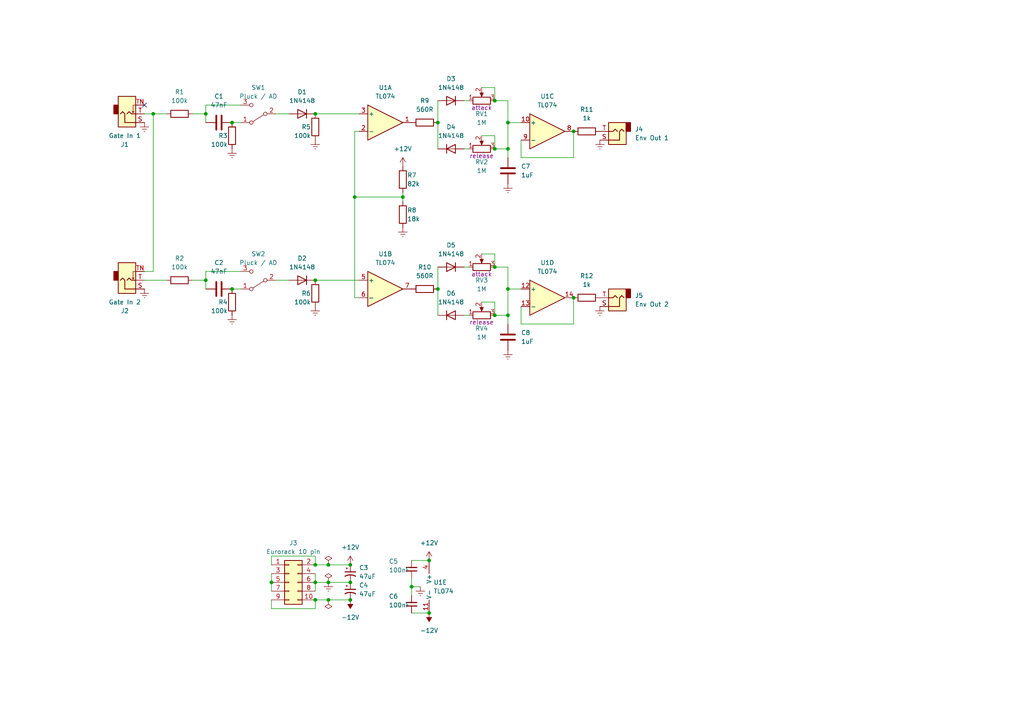
<source format=kicad_sch>
(kicad_sch (version 20231120) (generator "eeschema") (generator_version "8.0")
  (paper "A4")
  (lib_symbols
    (symbol "Amplifier_Operational:TL074" (pin_names (offset 0.127))
      (property "Reference" "U" (at 0 5.08 0))
      (property "Value" "TL074" (at 0 -5.08 0))
      (symbol "TL074_1_1"
        (polyline (pts (xy -5.08 5.08) (xy 5.08 0) (xy -5.08 -5.08) (xy -5.08 5.08)) (stroke (width 0.254)) (fill (type background)))
        (pin output line (at 7.62 0 180) (length 2.54) (name "~") (number "1"))
        (pin input line (at -7.62 -2.54 0) (length 2.54) (name "-") (number "2"))
        (pin input line (at -7.62 2.54 0) (length 2.54) (name "+") (number "3"))
      )
      (symbol "TL074_2_1"
        (polyline (pts (xy -5.08 5.08) (xy 5.08 0) (xy -5.08 -5.08) (xy -5.08 5.08)) (stroke (width 0.254)) (fill (type background)))
        (pin input line (at -7.62 2.54 0) (length 2.54) (name "+") (number "5"))
        (pin input line (at -7.62 -2.54 0) (length 2.54) (name "-") (number "6"))
        (pin output line (at 7.62 0 180) (length 2.54) (name "~") (number "7"))
      )
      (symbol "TL074_3_1"
        (polyline (pts (xy -5.08 5.08) (xy 5.08 0) (xy -5.08 -5.08) (xy -5.08 5.08)) (stroke (width 0.254)) (fill (type background)))
        (pin input line (at -7.62 2.54 0) (length 2.54) (name "+") (number "10"))
        (pin output line (at 7.62 0 180) (length 2.54) (name "~") (number "8"))
        (pin input line (at -7.62 -2.54 0) (length 2.54) (name "-") (number "9"))
      )
      (symbol "TL074_4_1"
        (polyline (pts (xy -5.08 5.08) (xy 5.08 0) (xy -5.08 -5.08) (xy -5.08 5.08)) (stroke (width 0.254)) (fill (type background)))
        (pin input line (at -7.62 2.54 0) (length 2.54) (name "+") (number "12"))
        (pin input line (at -7.62 -2.54 0) (length 2.54) (name "-") (number "13"))
        (pin output line (at 7.62 0 180) (length 2.54) (name "~") (number "14"))
      )
      (symbol "TL074_5_1"
        (pin power_in line (at -2.54 -7.62 90) (length 3.81) (name "V-") (number "11"))
        (pin power_in line (at -2.54 7.62 270) (length 3.81) (name "V+") (number "4"))
      )
    )
    (symbol "Connector:AudioJack2"
      (property "Reference" "J" (at 0 8.89 0))
      (property "Value" "AudioJack2" (at 0 6.35 0))
      (symbol "AudioJack2_0_1"
        (rectangle (start -3.81 0) (end -2.54 -2.54) (stroke (width 0.254)) (fill (type outline)))
        (rectangle (start -2.54 3.81) (end 2.54 -2.54) (stroke (width 0.254)) (fill (type background)))
        (polyline (pts (xy 0 0) (xy 0.635 -0.635) (xy 1.27 0) (xy 2.54 0)) (stroke (width 0.254)))
        (polyline (pts (xy 2.54 2.54) (xy -0.635 2.54) (xy -0.635 0) (xy -1.27 -0.635) (xy -1.905 0)) (stroke (width 0.254)))
      )
      (symbol "AudioJack2_1_1"
        (pin passive line (at 5.08 2.54 180) (length 2.54) (name "~") (number "S"))
        (pin passive line (at 5.08 0 180) (length 2.54) (name "~") (number "T"))
      )
    )
    (symbol "Connector_Audio:AudioJack2_SwitchT"
      (property "Reference" "J" (at 0 8.89 0))
      (property "Value" "AudioJack2_SwitchT" (at 0 6.35 0))
      (symbol "AudioJack2_SwitchT_0_1"
        (rectangle (start -2.54 0) (end -3.81 -2.54) (stroke (width 0.254)) (fill (type outline)))
        (polyline (pts (xy 1.778 -0.254) (xy 2.032 -0.762)))
        (polyline (pts (xy 0 0) (xy 0.635 -0.635) (xy 1.27 0) (xy 2.54 0)) (stroke (width 0.254)))
        (polyline (pts (xy 2.54 -2.54) (xy 1.778 -2.54) (xy 1.778 -0.254) (xy 1.524 -0.762)))
        (polyline (pts (xy 2.54 2.54) (xy -0.635 2.54) (xy -0.635 0) (xy -1.27 -0.635) (xy -1.905 0)) (stroke (width 0.254)))
        (rectangle (start 2.54 3.81) (end -2.54 -5.08) (stroke (width 0.254)) (fill (type background)))
      )
      (symbol "AudioJack2_SwitchT_1_1"
        (pin passive line (at 5.08 2.54 180) (length 2.54) (name "~") (number "S"))
        (pin passive line (at 5.08 0 180) (length 2.54) (name "~") (number "T"))
        (pin passive line (at 5.08 -2.54 180) (length 2.54) (name "~") (number "TN"))
      )
    )
    (symbol "Connector_Generic:Conn_02x05_Odd_Even" (pin_names (offset 1.016) hide)
      (property "Reference" "J" (at 1.27 7.62 0))
      (property "Value" "Conn_02x05_Odd_Even" (at 1.27 -7.62 0))
      (symbol "Conn_02x05_Odd_Even_1_1"
        (rectangle (start -1.27 -4.953) (end 0 -5.207) (stroke (width 0.1524)))
        (rectangle (start -1.27 -2.413) (end 0 -2.667) (stroke (width 0.1524)))
        (rectangle (start -1.27 0.127) (end 0 -0.127) (stroke (width 0.1524)))
        (rectangle (start -1.27 2.667) (end 0 2.413) (stroke (width 0.1524)))
        (rectangle (start -1.27 5.207) (end 0 4.953) (stroke (width 0.1524)))
        (rectangle (start -1.27 6.35) (end 3.81 -6.35) (stroke (width 0.254)) (fill (type background)))
        (rectangle (start 3.81 -4.953) (end 2.54 -5.207) (stroke (width 0.1524)))
        (rectangle (start 3.81 -2.413) (end 2.54 -2.667) (stroke (width 0.1524)))
        (rectangle (start 3.81 0.127) (end 2.54 -0.127) (stroke (width 0.1524)))
        (rectangle (start 3.81 2.667) (end 2.54 2.413) (stroke (width 0.1524)))
        (rectangle (start 3.81 5.207) (end 2.54 4.953) (stroke (width 0.1524)))
        (pin passive line (at -5.08 5.08 0) (length 3.81) (name "Pin_1") (number "1"))
        (pin passive line (at 7.62 -5.08 180) (length 3.81) (name "Pin_10") (number "10"))
        (pin passive line (at 7.62 5.08 180) (length 3.81) (name "Pin_2") (number "2"))
        (pin passive line (at -5.08 2.54 0) (length 3.81) (name "Pin_3") (number "3"))
        (pin passive line (at 7.62 2.54 180) (length 3.81) (name "Pin_4") (number "4"))
        (pin passive line (at -5.08 0 0) (length 3.81) (name "Pin_5") (number "5"))
        (pin passive line (at 7.62 0 180) (length 3.81) (name "Pin_6") (number "6"))
        (pin passive line (at -5.08 -2.54 0) (length 3.81) (name "Pin_7") (number "7"))
        (pin passive line (at 7.62 -2.54 180) (length 3.81) (name "Pin_8") (number "8"))
        (pin passive line (at -5.08 -5.08 0) (length 3.81) (name "Pin_9") (number "9"))
      )
    )
    (symbol "Device:C" (pin_numbers hide) (pin_names (offset 0.254))
      (property "Reference" "C" (at 0.635 2.54 0))
      (property "Value" "C" (at 0.635 -2.54 0))
      (symbol "C_0_1"
        (polyline (pts (xy -2.032 -0.762) (xy 2.032 -0.762)) (stroke (width 0.508)))
        (polyline (pts (xy -2.032 0.762) (xy 2.032 0.762)) (stroke (width 0.508)))
      )
      (symbol "C_1_1"
        (pin passive line (at 0 3.81 270) (length 2.794) (name "~") (number "1"))
        (pin passive line (at 0 -3.81 90) (length 2.794) (name "~") (number "2"))
      )
    )
    (symbol "Device:C_Polarized_Small_US" (pin_numbers hide) (pin_names (offset 0.254) hide)
      (property "Reference" "C" (at 0.254 1.778 0))
      (property "Value" "C_Polarized_Small_US" (at 0.254 -2.032 0))
      (symbol "C_Polarized_Small_US_0_1"
        (polyline (pts (xy -1.524 0.508) (xy 1.524 0.508)) (stroke (width 0.3048)))
        (polyline (pts (xy -1.27 1.524) (xy -0.762 1.524)))
        (polyline (pts (xy -1.016 1.27) (xy -1.016 1.778)))
        (arc (start 1.524 -0.762) (mid 0 -0.3734) (end -1.524 -0.762) (stroke (width 0.3048)))
      )
      (symbol "C_Polarized_Small_US_1_1"
        (pin passive line (at 0 2.54 270) (length 2.032) (name "~") (number "1"))
        (pin passive line (at 0 -2.54 90) (length 2.032) (name "~") (number "2"))
      )
    )
    (symbol "Device:C_Small" (pin_numbers hide) (pin_names (offset 0.254) hide)
      (property "Reference" "C" (at 0.254 1.778 0))
      (property "Value" "C_Small" (at 0.254 -2.032 0))
      (symbol "C_Small_0_1"
        (polyline (pts (xy -1.524 -0.508) (xy 1.524 -0.508)) (stroke (width 0.3302)))
        (polyline (pts (xy -1.524 0.508) (xy 1.524 0.508)) (stroke (width 0.3048)))
      )
      (symbol "C_Small_1_1"
        (pin passive line (at 0 2.54 270) (length 2.032) (name "~") (number "1"))
        (pin passive line (at 0 -2.54 90) (length 2.032) (name "~") (number "2"))
      )
    )
    (symbol "Device:D" (pin_numbers hide) (pin_names (offset 1.016) hide)
      (property "Reference" "D" (at 0 2.54 0))
      (property "Value" "D" (at 0 -2.54 0))
      (symbol "D_0_1"
        (polyline (pts (xy -1.27 1.27) (xy -1.27 -1.27)) (stroke (width 0.254)))
        (polyline (pts (xy 1.27 0) (xy -1.27 0)))
        (polyline (pts (xy 1.27 1.27) (xy 1.27 -1.27) (xy -1.27 0) (xy 1.27 1.27)) (stroke (width 0.254)))
      )
      (symbol "D_1_1"
        (pin passive line (at -3.81 0 0) (length 2.54) (name "K") (number "1"))
        (pin passive line (at 3.81 0 180) (length 2.54) (name "A") (number "2"))
      )
    )
    (symbol "Device:R" (pin_numbers hide) (pin_names (offset 0))
      (property "Reference" "R" (at 2.032 0 90))
      (property "Value" "R" (at 0 0 90))
      (symbol "R_0_1"
        (rectangle (start -1.016 -2.54) (end 1.016 2.54) (stroke (width 0.254)))
      )
      (symbol "R_1_1"
        (pin passive line (at 0 3.81 270) (length 1.27) (name "~") (number "1"))
        (pin passive line (at 0 -3.81 90) (length 1.27) (name "~") (number "2"))
      )
    )
    (symbol "Device:R_Potentiometer" (pin_names (offset 1.016) hide)
      (property "Reference" "RV" (at -4.445 0 90))
      (property "Value" "R_Potentiometer" (at -2.54 0 90))
      (symbol "R_Potentiometer_0_1"
        (polyline (pts (xy 2.54 0) (xy 1.524 0)))
        (polyline (pts (xy 1.143 0) (xy 2.286 0.508) (xy 2.286 -0.508) (xy 1.143 0)) (fill (type outline)))
        (rectangle (start 1.016 2.54) (end -1.016 -2.54) (stroke (width 0.254)))
      )
      (symbol "R_Potentiometer_1_1"
        (pin passive line (at 0 3.81 270) (length 1.27) (name "1") (number "1"))
        (pin passive line (at 3.81 0 180) (length 1.27) (name "2") (number "2"))
        (pin passive line (at 0 -3.81 90) (length 1.27) (name "3") (number "3"))
      )
    )
    (symbol "Switch:SW_SPDT" (pin_names (offset 0) hide)
      (property "Reference" "SW" (at 0 4.318 0))
      (property "Value" "SW_SPDT" (at 0 -5.08 0))
      (symbol "SW_SPDT_0_0"
        (circle (center -2.032 0) (radius 0.508))
        (circle (center 2.032 -2.54) (radius 0.508))
      )
      (symbol "SW_SPDT_0_1"
        (polyline (pts (xy -1.524 0.254) (xy 1.651 2.286)))
        (circle (center 2.032 2.54) (radius 0.508))
      )
      (symbol "SW_SPDT_1_1"
        (pin passive line (at 5.08 2.54 180) (length 2.54) (name "A") (number "1"))
        (pin passive line (at -5.08 0 0) (length 2.54) (name "B") (number "2"))
        (pin passive line (at 5.08 -2.54 180) (length 2.54) (name "C") (number "3"))
      )
    )
    (symbol "power:+12V" (power) (pin_names (offset 0))
      (property "Value" "+12V" (at 0 3.556 0))
      (symbol "+12V_0_1"
        (polyline (pts (xy -0.762 1.27) (xy 0 2.54)))
        (polyline (pts (xy 0 0) (xy 0 2.54)))
        (polyline (pts (xy 0 2.54) (xy 0.762 1.27)))
      )
      (symbol "+12V_1_1"
        (pin power_in line (at 0 0 90) (length 0) hide (name "+12V") (number "1"))
      )
    )
    (symbol "power:-12V" (power) (pin_names (offset 0))
      (property "Value" "-12V" (at 0 3.81 0))
      (symbol "-12V_0_0"
        (pin power_in line (at 0 0 90) (length 0) hide (name "-12V") (number "1"))
      )
      (symbol "-12V_0_1"
        (polyline (pts (xy 0 0) (xy 0 1.27) (xy 0.762 1.27) (xy 0 2.54) (xy -0.762 1.27) (xy 0 1.27)) (fill (type outline)))
      )
    )
    (symbol "power:GNDREF" (power) (pin_names (offset 0))
      (property "Value" "GNDREF" (at 0 -3.81 0))
      (symbol "GNDREF_0_1"
        (polyline (pts (xy -0.635 -1.905) (xy 0.635 -1.905)))
        (polyline (pts (xy -0.127 -2.54) (xy 0.127 -2.54)))
        (polyline (pts (xy 0 -1.27) (xy 0 0)))
        (polyline (pts (xy 1.27 -1.27) (xy -1.27 -1.27)))
      )
      (symbol "GNDREF_1_1"
        (pin power_in line (at 0 0 270) (length 0) hide (name "GNDREF") (number "1"))
      )
    )
    (symbol "power:PWR_FLAG" (power) (pin_numbers hide) (pin_names (offset 0) hide)
      (property "Value" "PWR_FLAG" (at 0 3.81 0))
      (symbol "PWR_FLAG_0_0"
        (pin power_out line (at 0 0 90) (length 0) (name "~") (number "1"))
      )
      (symbol "PWR_FLAG_0_1"
        (polyline (pts (xy 0 0) (xy 0 1.27) (xy -1.016 1.905) (xy 0 2.54) (xy 1.016 1.905) (xy 0 1.27)))
      )
    )
  )
  (junction (at 127 83.82))
  (junction (at 143.51 91.44))
  (junction (at 91.44 81.28))
  (junction (at 127 35.56))
  (junction (at 166.37 86.36))
  (junction (at 101.6 163.83))
  (junction (at 124.46 162.56))
  (junction (at 95.25 168.91))
  (junction (at 95.25 173.99))
  (junction (at 101.6 168.91))
  (junction (at 143.51 29.21))
  (junction (at 143.51 77.47))
  (junction (at 91.44 163.83))
  (junction (at 95.25 163.83))
  (junction (at 59.69 81.28))
  (junction (at 143.51 43.18))
  (junction (at 147.32 35.56))
  (junction (at 147.32 43.18))
  (junction (at 119.38 170.18))
  (junction (at 101.6 173.99))
  (junction (at 147.32 83.82))
  (junction (at 44.45 33.02))
  (junction (at 116.84 57.15))
  (junction (at 67.31 83.82))
  (junction (at 102.87 57.15))
  (junction (at 124.46 177.8))
  (junction (at 91.44 33.02))
  (junction (at 59.69 33.02))
  (junction (at 78.74 168.91))
  (junction (at 166.37 38.1))
  (junction (at 91.44 173.99))
  (junction (at 67.31 35.56))
  (junction (at 91.44 168.91))
  (junction (at 147.32 91.44))
  (no_connect (at 41.91 30.48))
  (wire (pts (xy 139.7 39.37) (xy 143.51 39.37)))
  (wire (pts (xy 127 35.56) (xy 127 43.18)))
  (wire (pts (xy 102.87 86.36) (xy 104.14 86.36)))
  (wire (pts (xy 119.38 170.18) (xy 119.38 172.72)))
  (wire (pts (xy 95.25 173.99) (xy 101.6 173.99)))
  (wire (pts (xy 41.91 33.02) (xy 44.45 33.02)))
  (wire (pts (xy 59.69 33.02) (xy 59.69 35.56)))
  (wire (pts (xy 102.87 57.15) (xy 116.84 57.15)))
  (wire (pts (xy 151.13 88.9) (xy 151.13 93.98)))
  (wire (pts (xy 59.69 30.48) (xy 69.85 30.48)))
  (wire (pts (xy 78.74 166.37) (xy 78.74 168.91)))
  (wire (pts (xy 91.44 33.02) (xy 104.14 33.02)))
  (wire (pts (xy 147.32 91.44) (xy 147.32 83.82)))
  (wire (pts (xy 91.44 168.91) (xy 91.44 171.45)))
  (wire (pts (xy 102.87 57.15) (xy 102.87 86.36)))
  (wire (pts (xy 143.51 25.4) (xy 143.51 29.21)))
  (wire (pts (xy 69.85 35.56) (xy 67.31 35.56)))
  (wire (pts (xy 143.51 87.63) (xy 143.51 91.44)))
  (wire (pts (xy 44.45 33.02) (xy 48.26 33.02)))
  (wire (pts (xy 166.37 45.72) (xy 166.37 38.1)))
  (wire (pts (xy 116.84 55.88) (xy 116.84 57.15)))
  (wire (pts (xy 147.32 93.98) (xy 147.32 91.44)))
  (wire (pts (xy 91.44 168.91) (xy 95.25 168.91)))
  (wire (pts (xy 44.45 33.02) (xy 44.45 78.74)))
  (wire (pts (xy 95.25 163.83) (xy 101.6 163.83)))
  (wire (pts (xy 80.01 33.02) (xy 83.82 33.02)))
  (wire (pts (xy 102.87 38.1) (xy 102.87 57.15)))
  (wire (pts (xy 139.7 87.63) (xy 143.51 87.63)))
  (wire (pts (xy 166.37 93.98) (xy 166.37 86.36)))
  (wire (pts (xy 151.13 40.64) (xy 151.13 45.72)))
  (wire (pts (xy 78.74 176.53) (xy 91.44 176.53)))
  (wire (pts (xy 127 29.21) (xy 127 35.56)))
  (wire (pts (xy 119.38 162.56) (xy 124.46 162.56)))
  (wire (pts (xy 119.38 177.8) (xy 124.46 177.8)))
  (wire (pts (xy 78.74 168.91) (xy 78.74 171.45)))
  (wire (pts (xy 134.62 77.47) (xy 135.89 77.47)))
  (wire (pts (xy 80.01 81.28) (xy 83.82 81.28)))
  (wire (pts (xy 143.51 91.44) (xy 147.32 91.44)))
  (wire (pts (xy 59.69 78.74) (xy 69.85 78.74)))
  (wire (pts (xy 59.69 81.28) (xy 59.69 83.82)))
  (wire (pts (xy 91.44 166.37) (xy 91.44 168.91)))
  (wire (pts (xy 78.74 163.83) (xy 78.74 161.29)))
  (wire (pts (xy 91.44 173.99) (xy 95.25 173.99)))
  (wire (pts (xy 151.13 93.98) (xy 166.37 93.98)))
  (wire (pts (xy 147.32 83.82) (xy 151.13 83.82)))
  (wire (pts (xy 91.44 163.83) (xy 95.25 163.83)))
  (wire (pts (xy 41.91 81.28) (xy 48.26 81.28)))
  (wire (pts (xy 143.51 73.66) (xy 143.51 77.47)))
  (wire (pts (xy 119.38 170.18) (xy 121.92 170.18)))
  (wire (pts (xy 119.38 167.64) (xy 119.38 170.18)))
  (wire (pts (xy 91.44 176.53) (xy 91.44 173.99)))
  (wire (pts (xy 91.44 161.29) (xy 91.44 163.83)))
  (wire (pts (xy 69.85 83.82) (xy 67.31 83.82)))
  (wire (pts (xy 78.74 161.29) (xy 91.44 161.29)))
  (wire (pts (xy 59.69 81.28) (xy 55.88 81.28)))
  (wire (pts (xy 147.32 35.56) (xy 147.32 29.21)))
  (wire (pts (xy 95.25 168.91) (xy 101.6 168.91)))
  (wire (pts (xy 41.91 78.74) (xy 44.45 78.74)))
  (wire (pts (xy 139.7 73.66) (xy 143.51 73.66)))
  (wire (pts (xy 91.44 81.28) (xy 104.14 81.28)))
  (wire (pts (xy 143.51 39.37) (xy 143.51 43.18)))
  (wire (pts (xy 59.69 30.48) (xy 59.69 33.02)))
  (wire (pts (xy 134.62 91.44) (xy 135.89 91.44)))
  (wire (pts (xy 127 77.47) (xy 127 83.82)))
  (wire (pts (xy 147.32 35.56) (xy 151.13 35.56)))
  (wire (pts (xy 147.32 43.18) (xy 147.32 35.56)))
  (wire (pts (xy 143.51 43.18) (xy 147.32 43.18)))
  (wire (pts (xy 151.13 45.72) (xy 166.37 45.72)))
  (wire (pts (xy 59.69 78.74) (xy 59.69 81.28)))
  (wire (pts (xy 139.7 25.4) (xy 143.51 25.4)))
  (wire (pts (xy 127 83.82) (xy 127 91.44)))
  (wire (pts (xy 147.32 29.21) (xy 143.51 29.21)))
  (wire (pts (xy 116.84 57.15) (xy 116.84 58.42)))
  (wire (pts (xy 134.62 43.18) (xy 135.89 43.18)))
  (wire (pts (xy 59.69 33.02) (xy 55.88 33.02)))
  (wire (pts (xy 134.62 29.21) (xy 135.89 29.21)))
  (wire (pts (xy 78.74 173.99) (xy 78.74 176.53)))
  (wire (pts (xy 147.32 77.47) (xy 143.51 77.47)))
  (wire (pts (xy 102.87 38.1) (xy 104.14 38.1)))
  (wire (pts (xy 147.32 45.72) (xy 147.32 43.18)))
  (wire (pts (xy 147.32 83.82) (xy 147.32 77.47)))
  (symbol (lib_id "Device:R_Potentiometer") (at 139.7 91.44 90) (unit 1)
    (property "Reference" "RV4" (at 139.7 95.25 90))
    (property "Value" "1M" (at 139.7 97.79 90))
    (property "Footprint" "Potentiometer_THT:Potentiometer_Alpha_RD901F-40-00D_Single_Vertical" (effects (hide yes)))
    (property "Description" "release" (at 139.7 93.472 90))
  )
  (symbol (lib_id "power:GNDREF") (at 173.99 40.64 0) (mirror y) (unit 1)
    (property "Reference" "#PWR017" (effects (hide yes)))
    (property "Value" "GNDREF" (effects (hide yes)))
  )
  (symbol (lib_id "Amplifier_Operational:TL074") (at 111.76 83.82 0) (unit 2)
    (property "Reference" "U1" (at 111.76 73.66 0))
    (property "Value" "TL074" (at 111.76 76.2 0))
    (property "Footprint" "Package_DIP:DIP-14_W7.62mm" (effects (hide yes)))
    (property "Datasheet" "http://www.ti.com/lit/ds/symlink/tl071.pdf" (effects (hide yes)))
    (property "Description" "Quad Low-Noise JFET-Input Operational Amplifiers, DIP-14/SOIC-14" (effects (hide yes)))
  )
  (symbol (lib_id "Device:R") (at 123.19 35.56 90) (unit 1)
    (property "Reference" "R9" (at 123.19 29.21 90))
    (property "Value" "560R" (at 123.19 31.75 90))
    (property "Footprint" "Resistor_THT:R_Axial_DIN0207_L6.3mm_D2.5mm_P10.16mm_Horizontal" (effects (hide yes)))
  )
  (symbol (lib_id "power:-12V") (at 101.6 173.99 180) (unit 1)
    (property "Reference" "#PWR09" (effects (hide yes)))
    (property "Value" "-12V" (at 101.6 179.07 0))
    (property "Description" "Power symbol creates a global label with name \"-12V\"" (effects (hide yes)))
  )
  (symbol (lib_id "power:PWR_FLAG") (at 95.25 163.83 0) (unit 1)
    (property "Reference" "#FLG01" (effects (hide yes)))
    (property "Value" "PWR_FLAG" (effects (hide yes)))
    (property "Description" "Special symbol for telling ERC where power comes from" (effects (hide yes)))
  )
  (symbol (lib_id "Device:C_Small") (at 119.38 175.26 180) (unit 1)
    (property "Reference" "C6" (at 112.776 172.974 0) (effects (justify right)))
    (property "Value" "100nF" (at 112.776 175.514 0) (effects (justify right)))
    (property "Footprint" "Capacitor_THT:C_Disc_D6.0mm_W2.5mm_P5.00mm" (effects (hide yes)))
    (property "Description" "Unpolarized capacitor, small symbol" (effects (hide yes)))
  )
  (symbol (lib_id "Switch:SW_SPDT") (at 74.93 33.02 180) (unit 1)
    (property "Reference" "SW1" (at 74.93 25.4 0))
    (property "Value" "Pluck / AD" (at 74.93 27.94 0))
    (property "Footprint" "Connector_PinHeader_2.54mm:PinHeader_1x03_P2.54mm_Vertical" (effects (hide yes)))
  )
  (symbol (lib_id "power:GNDREF") (at 121.92 170.18 0) (unit 1)
    (property "Reference" "#PWR012" (effects (hide yes)))
    (property "Value" "GNDREF" (effects (hide yes)))
    (property "Description" "Power symbol creates a global label with name \"GNDREF\" , reference supply ground" (effects (hide yes)))
  )
  (symbol (lib_id "Device:R") (at 170.18 38.1 90) (unit 1)
    (property "Reference" "R11" (at 170.18 31.75 90))
    (property "Value" "1k" (at 170.18 34.29 90))
    (property "Footprint" "Resistor_THT:R_Axial_DIN0207_L6.3mm_D2.5mm_P10.16mm_Horizontal" (effects (hide yes)))
  )
  (symbol (lib_id "power:GNDREF") (at 41.91 35.56 0) (unit 1)
    (property "Reference" "#PWR01" (effects (hide yes)))
    (property "Value" "GNDREF" (effects (hide yes)))
  )
  (symbol (lib_id "Device:D") (at 130.81 91.44 0) (unit 1)
    (property "Reference" "D6" (at 130.81 85.09 0))
    (property "Value" "1N4148" (at 130.81 87.63 0))
    (property "Footprint" "Diode_THT:D_T-1_P10.16mm_Horizontal" (effects (hide yes)))
  )
  (symbol (lib_id "Device:C_Polarized_Small_US") (at 101.6 171.45 0) (unit 1)
    (property "Reference" "C4" (at 104.14 169.7481 0) (effects (justify left)))
    (property "Value" "47uF" (at 104.14 172.2881 0) (effects (justify left)))
    (property "Footprint" "Capacitor_THT:CP_Radial_D6.3mm_P2.50mm" (effects (hide yes)))
    (property "Description" "Polarized capacitor, small US symbol" (effects (hide yes)))
  )
  (symbol (lib_id "Amplifier_Operational:TL074") (at 127 170.18 0) (unit 5)
    (property "Reference" "U1" (at 125.73 168.9099 0) (effects (justify left)))
    (property "Value" "TL074" (at 125.73 171.4499 0) (effects (justify left)))
    (property "Footprint" "Package_DIP:DIP-14_W7.62mm" (effects (hide yes)))
    (property "Datasheet" "http://www.ti.com/lit/ds/symlink/tl071.pdf" (effects (hide yes)))
    (property "Description" "Quad Low-Noise JFET-Input Operational Amplifiers, DIP-14/SOIC-14" (effects (hide yes)))
  )
  (symbol (lib_id "Connector:AudioJack2") (at 179.07 38.1 180) (unit 1)
    (property "Reference" "J4" (at 184.15 37.4649 0) (effects (justify right)))
    (property "Value" "Env Out 1" (at 184.15 40.0049 0) (effects (justify right)))
    (property "Footprint" "Connector_Audio:Jack_6.35mm_Neutrik_NJ5FD-V_Vertical" (effects (hide yes)))
  )
  (symbol (lib_id "Device:R") (at 91.44 85.09 0) (mirror x) (unit 1)
    (property "Reference" "R6" (at 90.17 85.09 0) (effects (justify right)))
    (property "Value" "100k" (at 90.17 87.63 0) (effects (justify right)))
    (property "Footprint" "Resistor_THT:R_Axial_DIN0207_L6.3mm_D2.5mm_P10.16mm_Horizontal" (effects (hide yes)))
  )
  (symbol (lib_id "Device:R") (at 67.31 87.63 0) (mirror x) (unit 1)
    (property "Reference" "R4" (at 66.04 87.63 0) (effects (justify right)))
    (property "Value" "100k" (at 66.04 90.17 0) (effects (justify right)))
    (property "Footprint" "Resistor_THT:R_Axial_DIN0207_L6.3mm_D2.5mm_P10.16mm_Horizontal" (effects (hide yes)))
  )
  (symbol (lib_id "power:GNDREF") (at 173.99 88.9 0) (mirror y) (unit 1)
    (property "Reference" "#PWR018" (effects (hide yes)))
    (property "Value" "GNDREF" (effects (hide yes)))
  )
  (symbol (lib_id "Connector_Audio:AudioJack2_SwitchT") (at 36.83 33.02 0) (mirror x) (unit 1)
    (property "Reference" "J1" (at 36.195 41.91 0))
    (property "Value" "Gate In 1" (at 36.195 39.37 0))
    (property "Footprint" "Connector_Audio:Jack_6.35mm_Neutrik_NJ5FD-V_Vertical" (effects (hide yes)))
    (property "Description" "Audio Jack, 2 Poles (Mono / TS), Switched T Pole (Normalling)" (effects (hide yes)))
  )
  (symbol (lib_id "Device:C") (at 63.5 83.82 90) (unit 1)
    (property "Reference" "C2" (at 63.5 76.2 90))
    (property "Value" "47nF" (at 63.5 78.74 90))
    (property "Footprint" "Capacitor_THT:C_Rect_L7.0mm_W2.5mm_P5.00mm" (effects (hide yes)))
  )
  (symbol (lib_id "power:GNDREF") (at 41.91 83.82 0) (unit 1)
    (property "Reference" "#PWR02" (effects (hide yes)))
    (property "Value" "GNDREF" (effects (hide yes)))
  )
  (symbol (lib_id "power:+12V") (at 116.84 48.26 0) (unit 1)
    (property "Reference" "#PWR010" (effects (hide yes)))
    (property "Value" "+12V" (at 116.84 43.18 0))
  )
  (symbol (lib_id "Switch:SW_SPDT") (at 74.93 81.28 180) (unit 1)
    (property "Reference" "SW2" (at 74.93 73.66 0))
    (property "Value" "Pluck / AD" (at 74.93 76.2 0))
    (property "Footprint" "Connector_PinHeader_2.54mm:PinHeader_1x03_P2.54mm_Vertical" (effects (hide yes)))
  )
  (symbol (lib_id "Connector_Generic:Conn_02x05_Odd_Even") (at 83.82 168.91 0) (unit 1)
    (property "Reference" "J3" (at 85.09 157.48 0))
    (property "Value" "Eurorack 10 pin" (at 85.09 160.02 0))
    (property "Footprint" "Connector_PinHeader_2.54mm:PinHeader_2x05_P2.54mm_Vertical" (effects (hide yes)))
    (property "Description" "Generic connector, double row, 02x05, odd/even pin numbering scheme (row 1 odd numbers, row 2 even numbers), script generated (kicad-library-utils/schlib/autogen/connector/)" (effects (hide yes)))
  )
  (symbol (lib_id "Connector_Audio:AudioJack2_SwitchT") (at 36.83 81.28 0) (mirror x) (unit 1)
    (property "Reference" "J2" (at 36.195 90.17 0))
    (property "Value" "Gate In 2" (at 36.195 87.63 0))
    (property "Footprint" "Connector_Audio:Jack_6.35mm_Neutrik_NJ5FD-V_Vertical" (effects (hide yes)))
    (property "Description" "Audio Jack, 2 Poles (Mono / TS), Switched T Pole (Normalling)" (effects (hide yes)))
  )
  (symbol (lib_id "Device:R") (at 67.31 39.37 0) (mirror x) (unit 1)
    (property "Reference" "R3" (at 66.04 39.37 0) (effects (justify right)))
    (property "Value" "100k" (at 66.04 41.91 0) (effects (justify right)))
    (property "Footprint" "Resistor_THT:R_Axial_DIN0207_L6.3mm_D2.5mm_P10.16mm_Horizontal" (effects (hide yes)))
  )
  (symbol (lib_id "Device:D") (at 130.81 29.21 180) (unit 1)
    (property "Reference" "D3" (at 130.81 22.86 0))
    (property "Value" "1N4148" (at 130.81 25.4 0))
    (property "Footprint" "Diode_THT:D_T-1_P10.16mm_Horizontal" (effects (hide yes)))
  )
  (symbol (lib_id "Device:R_Potentiometer") (at 139.7 29.21 90) (unit 1)
    (property "Reference" "RV1" (at 139.7 33.02 90))
    (property "Value" "1M" (at 139.7 35.56 90))
    (property "Footprint" "Potentiometer_THT:Potentiometer_Alpha_RD901F-40-00D_Single_Vertical" (effects (hide yes)))
    (property "Description" "attack" (at 139.7 31.242 90))
  )
  (symbol (lib_id "Device:R_Potentiometer") (at 139.7 43.18 90) (unit 1)
    (property "Reference" "RV2" (at 139.7 46.99 90))
    (property "Value" "1M" (at 139.7 49.53 90))
    (property "Footprint" "Potentiometer_THT:Potentiometer_Alpha_RD901F-40-00D_Single_Vertical" (effects (hide yes)))
    (property "Description" "release" (at 139.7 45.212 90))
  )
  (symbol (lib_id "Device:C") (at 63.5 35.56 90) (unit 1)
    (property "Reference" "C1" (at 63.5 27.94 90))
    (property "Value" "47nF" (at 63.5 30.48 90))
    (property "Footprint" "Capacitor_THT:C_Rect_L7.0mm_W2.5mm_P5.00mm" (effects (hide yes)))
  )
  (symbol (lib_id "power:GNDREF") (at 147.32 101.6 0) (unit 1)
    (property "Reference" "#PWR016" (effects (hide yes)))
    (property "Value" "GNDREF" (effects (hide yes)))
  )
  (symbol (lib_id "Amplifier_Operational:TL074") (at 158.75 38.1 0) (unit 3)
    (property "Reference" "U1" (at 158.75 27.94 0))
    (property "Value" "TL074" (at 158.75 30.48 0))
    (property "Footprint" "Package_DIP:DIP-14_W7.62mm" (effects (hide yes)))
    (property "Datasheet" "http://www.ti.com/lit/ds/symlink/tl071.pdf" (effects (hide yes)))
    (property "Description" "Quad Low-Noise JFET-Input Operational Amplifiers, DIP-14/SOIC-14" (effects (hide yes)))
  )
  (symbol (lib_id "Device:R") (at 123.19 83.82 90) (unit 1)
    (property "Reference" "R10" (at 123.19 77.47 90))
    (property "Value" "560R" (at 123.19 80.01 90))
    (property "Footprint" "Resistor_THT:R_Axial_DIN0207_L6.3mm_D2.5mm_P10.16mm_Horizontal" (effects (hide yes)))
  )
  (symbol (lib_id "power:GNDREF") (at 91.44 40.64 0) (unit 1)
    (property "Reference" "#PWR05" (effects (hide yes)))
    (property "Value" "GNDREF" (effects (hide yes)))
  )
  (symbol (lib_id "power:+12V") (at 101.6 163.83 0) (unit 1)
    (property "Reference" "#PWR08" (effects (hide yes)))
    (property "Value" "+12V" (at 101.6 158.75 0))
    (property "Description" "Power symbol creates a global label with name \"+12V\"" (effects (hide yes)))
  )
  (symbol (lib_id "power:GNDREF") (at 67.31 91.44 0) (unit 1)
    (property "Reference" "#PWR04" (effects (hide yes)))
    (property "Value" "GNDREF" (effects (hide yes)))
  )
  (symbol (lib_id "Device:C_Small") (at 119.38 165.1 180) (unit 1)
    (property "Reference" "C5" (at 112.776 162.814 0) (effects (justify right)))
    (property "Value" "100nF" (at 112.776 165.354 0) (effects (justify right)))
    (property "Footprint" "Capacitor_THT:C_Disc_D6.0mm_W2.5mm_P5.00mm" (effects (hide yes)))
    (property "Description" "Unpolarized capacitor, small symbol" (effects (hide yes)))
  )
  (symbol (lib_id "Device:R") (at 52.07 81.28 90) (unit 1)
    (property "Reference" "R2" (at 52.07 74.93 90))
    (property "Value" "100k" (at 52.07 77.47 90))
    (property "Footprint" "Resistor_THT:R_Axial_DIN0207_L6.3mm_D2.5mm_P10.16mm_Horizontal" (effects (hide yes)))
  )
  (symbol (lib_id "power:PWR_FLAG") (at 95.25 168.91 0) (unit 1)
    (property "Reference" "#FLG02" (effects (hide yes)))
    (property "Value" "PWR_FLAG" (effects (hide yes)))
    (property "Description" "Special symbol for telling ERC where power comes from" (effects (hide yes)))
  )
  (symbol (lib_id "Device:R") (at 91.44 36.83 0) (mirror x) (unit 1)
    (property "Reference" "R5" (at 90.17 36.83 0) (effects (justify right)))
    (property "Value" "100k" (at 90.17 39.37 0) (effects (justify right)))
    (property "Footprint" "Resistor_THT:R_Axial_DIN0207_L6.3mm_D2.5mm_P10.16mm_Horizontal" (effects (hide yes)))
  )
  (symbol (lib_id "Device:D") (at 130.81 77.47 180) (unit 1)
    (property "Reference" "D5" (at 130.81 71.12 0))
    (property "Value" "1N4148" (at 130.81 73.66 0))
    (property "Footprint" "Diode_THT:D_T-1_P10.16mm_Horizontal" (effects (hide yes)))
  )
  (symbol (lib_id "Device:D") (at 87.63 33.02 180) (unit 1)
    (property "Reference" "D1" (at 87.63 26.67 0))
    (property "Value" "1N4148" (at 87.63 29.21 0))
    (property "Footprint" "Diode_THT:D_T-1_P10.16mm_Horizontal" (effects (hide yes)))
  )
  (symbol (lib_id "power:GNDREF") (at 116.84 66.04 0) (unit 1)
    (property "Reference" "#PWR011" (effects (hide yes)))
    (property "Value" "GNDREF" (effects (hide yes)))
  )
  (symbol (lib_id "Device:R") (at 116.84 52.07 180) (unit 1)
    (property "Reference" "R7" (at 118.11 50.8 0) (effects (justify right)))
    (property "Value" "82k" (at 118.11 53.34 0) (effects (justify right)))
    (property "Footprint" "Resistor_THT:R_Axial_DIN0207_L6.3mm_D2.5mm_P10.16mm_Horizontal" (effects (hide yes)))
  )
  (symbol (lib_id "Device:R") (at 52.07 33.02 90) (unit 1)
    (property "Reference" "R1" (at 52.07 26.67 90))
    (property "Value" "100k" (at 52.07 29.21 90))
    (property "Footprint" "Resistor_THT:R_Axial_DIN0207_L6.3mm_D2.5mm_P10.16mm_Horizontal" (effects (hide yes)))
  )
  (symbol (lib_id "Device:C_Polarized_Small_US") (at 101.6 166.37 0) (unit 1)
    (property "Reference" "C3" (at 104.14 164.6681 0) (effects (justify left)))
    (property "Value" "47uF" (at 104.14 167.2081 0) (effects (justify left)))
    (property "Footprint" "Capacitor_THT:CP_Radial_D6.3mm_P2.50mm" (effects (hide yes)))
    (property "Description" "Polarized capacitor, small US symbol" (effects (hide yes)))
  )
  (symbol (lib_id "Device:R") (at 170.18 86.36 90) (unit 1)
    (property "Reference" "R12" (at 170.18 80.01 90))
    (property "Value" "1k" (at 170.18 82.55 90))
    (property "Footprint" "Resistor_THT:R_Axial_DIN0207_L6.3mm_D2.5mm_P10.16mm_Horizontal" (effects (hide yes)))
  )
  (symbol (lib_id "power:-12V") (at 124.46 177.8 180) (unit 1)
    (property "Reference" "#PWR014" (effects (hide yes)))
    (property "Value" "-12V" (at 124.46 182.88 0))
    (property "Description" "Power symbol creates a global label with name \"-12V\"" (effects (hide yes)))
  )
  (symbol (lib_id "Amplifier_Operational:TL074") (at 158.75 86.36 0) (unit 4)
    (property "Reference" "U1" (at 158.75 76.2 0))
    (property "Value" "TL074" (at 158.75 78.74 0))
    (property "Footprint" "Package_DIP:DIP-14_W7.62mm" (effects (hide yes)))
    (property "Datasheet" "http://www.ti.com/lit/ds/symlink/tl071.pdf" (effects (hide yes)))
    (property "Description" "Quad Low-Noise JFET-Input Operational Amplifiers, DIP-14/SOIC-14" (effects (hide yes)))
  )
  (symbol (lib_id "power:PWR_FLAG") (at 95.25 173.99 180) (unit 1)
    (property "Reference" "#FLG03" (effects (hide yes)))
    (property "Value" "PWR_FLAG" (effects (hide yes)))
    (property "Description" "Special symbol for telling ERC where power comes from" (effects (hide yes)))
  )
  (symbol (lib_id "Connector:AudioJack2") (at 179.07 86.36 180) (unit 1)
    (property "Reference" "J5" (at 184.15 85.7249 0) (effects (justify right)))
    (property "Value" "Env Out 2" (at 184.15 88.2649 0) (effects (justify right)))
    (property "Footprint" "Connector_Audio:Jack_6.35mm_Neutrik_NJ5FD-V_Vertical" (effects (hide yes)))
  )
  (symbol (lib_id "Amplifier_Operational:TL074") (at 111.76 35.56 0) (unit 1)
    (property "Reference" "U1" (at 111.76 25.4 0))
    (property "Value" "TL074" (at 111.76 27.94 0))
    (property "Footprint" "Package_DIP:DIP-14_W7.62mm" (effects (hide yes)))
    (property "Datasheet" "http://www.ti.com/lit/ds/symlink/tl071.pdf" (effects (hide yes)))
    (property "Description" "Quad Low-Noise JFET-Input Operational Amplifiers, DIP-14/SOIC-14" (effects (hide yes)))
  )
  (symbol (lib_id "Device:D") (at 130.81 43.18 0) (unit 1)
    (property "Reference" "D4" (at 130.81 36.83 0))
    (property "Value" "1N4148" (at 130.81 39.37 0))
    (property "Footprint" "Diode_THT:D_T-1_P10.16mm_Horizontal" (effects (hide yes)))
  )
  (symbol (lib_id "Device:C") (at 147.32 97.79 0) (unit 1)
    (property "Reference" "C8" (at 151.13 96.5199 0) (effects (justify left)))
    (property "Value" "1uF" (at 151.13 99.0599 0) (effects (justify left)))
    (property "Footprint" "Capacitor_THT:C_Rect_L7.0mm_W2.5mm_P5.00mm" (effects (hide yes)))
  )
  (symbol (lib_id "power:GNDREF") (at 67.31 43.18 0) (unit 1)
    (property "Reference" "#PWR03" (effects (hide yes)))
    (property "Value" "GNDREF" (effects (hide yes)))
  )
  (symbol (lib_id "power:GNDREF") (at 91.44 88.9 0) (unit 1)
    (property "Reference" "#PWR06" (effects (hide yes)))
    (property "Value" "GNDREF" (effects (hide yes)))
  )
  (symbol (lib_id "power:+12V") (at 124.46 162.56 0) (unit 1)
    (property "Reference" "#PWR013" (effects (hide yes)))
    (property "Value" "+12V" (at 124.46 157.48 0))
    (property "Description" "Power symbol creates a global label with name \"+12V\"" (effects (hide yes)))
  )
  (symbol (lib_id "power:GNDREF") (at 147.32 53.34 0) (unit 1)
    (property "Reference" "#PWR015" (effects (hide yes)))
    (property "Value" "GNDREF" (effects (hide yes)))
  )
  (symbol (lib_id "Device:D") (at 87.63 81.28 180) (unit 1)
    (property "Reference" "D2" (at 87.63 74.93 0))
    (property "Value" "1N4148" (at 87.63 77.47 0))
    (property "Footprint" "Diode_THT:D_T-1_P10.16mm_Horizontal" (effects (hide yes)))
  )
  (symbol (lib_id "Device:R_Potentiometer") (at 139.7 77.47 90) (unit 1)
    (property "Reference" "RV3" (at 139.7 81.28 90))
    (property "Value" "1M" (at 139.7 83.82 90))
    (property "Footprint" "Potentiometer_THT:Potentiometer_Alpha_RD901F-40-00D_Single_Vertical" (effects (hide yes)))
    (property "Description" "attack" (at 139.7 79.502 90))
  )
  (symbol (lib_id "Device:C") (at 147.32 49.53 0) (unit 1)
    (property "Reference" "C7" (at 151.13 48.2599 0) (effects (justify left)))
    (property "Value" "1uF" (at 151.13 50.7999 0) (effects (justify left)))
    (property "Footprint" "Capacitor_THT:C_Rect_L7.0mm_W2.5mm_P5.00mm" (effects (hide yes)))
  )
  (symbol (lib_id "Device:R") (at 116.84 62.23 180) (unit 1)
    (property "Reference" "R8" (at 118.11 60.96 0) (effects (justify right)))
    (property "Value" "18k" (at 118.11 63.5 0) (effects (justify right)))
    (property "Footprint" "Resistor_THT:R_Axial_DIN0207_L6.3mm_D2.5mm_P10.16mm_Horizontal" (effects (hide yes)))
  )
  (symbol (lib_id "power:GNDREF") (at 95.25 168.91 0) (unit 1)
    (property "Reference" "#PWR07" (effects (hide yes)))
    (property "Value" "GNDREF" (effects (hide yes)))
    (property "Description" "Power symbol creates a global label with name \"GNDREF\" , reference supply ground" (effects (hide yes)))
  )
)
</source>
